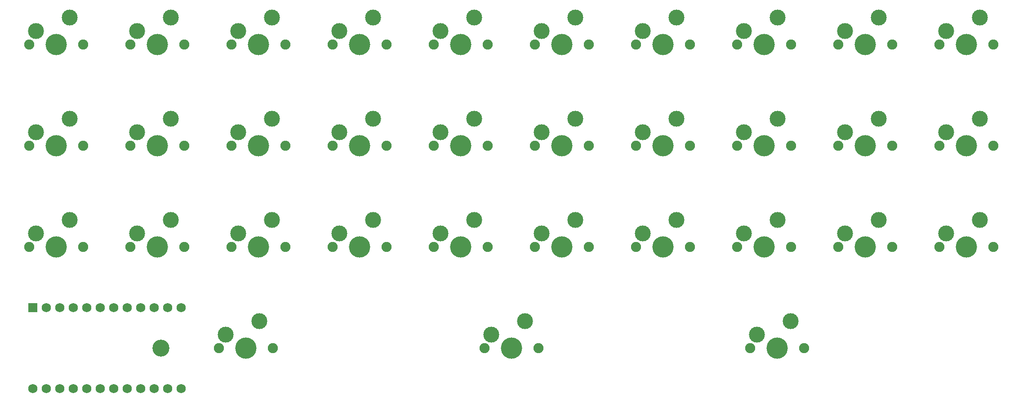
<source format=gts>
%TF.GenerationSoftware,KiCad,Pcbnew,7.0.2-0*%
%TF.CreationDate,2023-06-01T09:18:09+08:00*%
%TF.ProjectId,Anya,416e7961-2e6b-4696-9361-645f70636258,2*%
%TF.SameCoordinates,PX917e180PY435cdf8*%
%TF.FileFunction,Soldermask,Top*%
%TF.FilePolarity,Negative*%
%FSLAX46Y46*%
G04 Gerber Fmt 4.6, Leading zero omitted, Abs format (unit mm)*
G04 Created by KiCad (PCBNEW 7.0.2-0) date 2023-06-01 09:18:09*
%MOMM*%
%LPD*%
G01*
G04 APERTURE LIST*
%ADD10C,1.900000*%
%ADD11C,3.000000*%
%ADD12C,4.000000*%
%ADD13C,3.200000*%
%ADD14R,1.752600X1.752600*%
%ADD15C,1.752600*%
G04 APERTURE END LIST*
D10*
%TO.C,SW29*%
X61595000Y-9525000D03*
D11*
X62865000Y-6985000D03*
D12*
X66675000Y-9525000D03*
D11*
X69215000Y-4445000D03*
D10*
X71755000Y-9525000D03*
%TD*%
%TO.C,SW13*%
X-52705000Y9525000D03*
D11*
X-51435000Y12065000D03*
D12*
X-47625000Y9525000D03*
D11*
X-45085000Y14605000D03*
D10*
X-42545000Y9525000D03*
%TD*%
%TO.C,SW27*%
X23495000Y-9525000D03*
D11*
X24765000Y-6985000D03*
D12*
X28575000Y-9525000D03*
D11*
X31115000Y-4445000D03*
D10*
X33655000Y-9525000D03*
%TD*%
%TO.C,SW24*%
X-33655000Y-9525000D03*
D11*
X-32385000Y-6985000D03*
D12*
X-28575000Y-9525000D03*
D11*
X-26035000Y-4445000D03*
D10*
X-23495000Y-9525000D03*
%TD*%
%TO.C,SW8*%
X42545000Y28575000D03*
D11*
X43815000Y31115000D03*
D12*
X47625000Y28575000D03*
D11*
X50165000Y33655000D03*
D10*
X52705000Y28575000D03*
%TD*%
%TO.C,SW15*%
X-14605000Y9525000D03*
D11*
X-13335000Y12065000D03*
D12*
X-9525000Y9525000D03*
D11*
X-6985000Y14605000D03*
D10*
X-4445000Y9525000D03*
%TD*%
%TO.C,SW1*%
X-90805000Y28575000D03*
D11*
X-89535000Y31115000D03*
D12*
X-85725000Y28575000D03*
D11*
X-83185000Y33655000D03*
D10*
X-80645000Y28575000D03*
%TD*%
%TO.C,SW6*%
X4445000Y28575000D03*
D11*
X5715000Y31115000D03*
D12*
X9525000Y28575000D03*
D11*
X12065000Y33655000D03*
D10*
X14605000Y28575000D03*
%TD*%
%TO.C,SW2*%
X-71755000Y28575000D03*
D11*
X-70485000Y31115000D03*
D12*
X-66675000Y28575000D03*
D11*
X-64135000Y33655000D03*
D10*
X-61595000Y28575000D03*
%TD*%
%TO.C,SW7*%
X23495000Y28575000D03*
D11*
X24765000Y31115000D03*
D12*
X28575000Y28575000D03*
D11*
X31115000Y33655000D03*
D10*
X33655000Y28575000D03*
%TD*%
%TO.C,SW26*%
X4445000Y-9525000D03*
D11*
X5715000Y-6985000D03*
D12*
X9525000Y-9525000D03*
D11*
X12065000Y-4445000D03*
D10*
X14605000Y-9525000D03*
%TD*%
%TO.C,SW3*%
X-52705000Y28575000D03*
D11*
X-51435000Y31115000D03*
D12*
X-47625000Y28575000D03*
D11*
X-45085000Y33655000D03*
D10*
X-42545000Y28575000D03*
%TD*%
%TO.C,SW21*%
X-90805000Y-9525000D03*
D11*
X-89535000Y-6985000D03*
D12*
X-85725000Y-9525000D03*
D11*
X-83185000Y-4445000D03*
D10*
X-80645000Y-9525000D03*
%TD*%
%TO.C,SW12*%
X-71755000Y9525000D03*
D11*
X-70485000Y12065000D03*
D12*
X-66675000Y9525000D03*
D11*
X-64135000Y14605000D03*
D10*
X-61595000Y9525000D03*
%TD*%
D13*
%TO.C,REF\u002A\u002A*%
X-66040000Y-28575000D03*
%TD*%
D10*
%TO.C,SW31*%
X-55086250Y-28575000D03*
D11*
X-53816250Y-26035000D03*
D12*
X-50006250Y-28575000D03*
D11*
X-47466250Y-23495000D03*
D10*
X-44926250Y-28575000D03*
%TD*%
%TO.C,SW23*%
X-52705000Y-9525000D03*
D11*
X-51435000Y-6985000D03*
D12*
X-47625000Y-9525000D03*
D11*
X-45085000Y-4445000D03*
D10*
X-42545000Y-9525000D03*
%TD*%
%TO.C,SW10*%
X80645000Y28575000D03*
D11*
X81915000Y31115000D03*
D12*
X85725000Y28575000D03*
D11*
X88265000Y33655000D03*
D10*
X90805000Y28575000D03*
%TD*%
%TO.C,SW17*%
X23495000Y9525000D03*
D11*
X24765000Y12065000D03*
D12*
X28575000Y9525000D03*
D11*
X31115000Y14605000D03*
D10*
X33655000Y9525000D03*
%TD*%
%TO.C,SW4*%
X-33655000Y28575000D03*
D11*
X-32385000Y31115000D03*
D12*
X-28575000Y28575000D03*
D11*
X-26035000Y33655000D03*
D10*
X-23495000Y28575000D03*
%TD*%
%TO.C,SW14*%
X-33655000Y9525000D03*
D11*
X-32385000Y12065000D03*
D12*
X-28575000Y9525000D03*
D11*
X-26035000Y14605000D03*
D10*
X-23495000Y9525000D03*
%TD*%
%TO.C,SW20*%
X80645000Y9525000D03*
D11*
X81915000Y12065000D03*
D12*
X85725000Y9525000D03*
D11*
X88265000Y14605000D03*
D10*
X90805000Y9525000D03*
%TD*%
%TO.C,SW9*%
X61595000Y28575000D03*
D11*
X62865000Y31115000D03*
D12*
X66675000Y28575000D03*
D11*
X69215000Y33655000D03*
D10*
X71755000Y28575000D03*
%TD*%
%TO.C,SW30*%
X80645000Y-9525000D03*
D11*
X81915000Y-6985000D03*
D12*
X85725000Y-9525000D03*
D11*
X88265000Y-4445000D03*
D10*
X90805000Y-9525000D03*
%TD*%
%TO.C,SW33*%
X44926250Y-28575000D03*
D11*
X46196250Y-26035000D03*
D12*
X50006250Y-28575000D03*
D11*
X52546250Y-23495000D03*
D10*
X55086250Y-28575000D03*
%TD*%
%TO.C,SW25*%
X-14605000Y-9525000D03*
D11*
X-13335000Y-6985000D03*
D12*
X-9525000Y-9525000D03*
D11*
X-6985000Y-4445000D03*
D10*
X-4445000Y-9525000D03*
%TD*%
%TO.C,SW5*%
X-14605000Y28575000D03*
D11*
X-13335000Y31115000D03*
D12*
X-9525000Y28575000D03*
D11*
X-6985000Y33655000D03*
D10*
X-4445000Y28575000D03*
%TD*%
%TO.C,SW19*%
X61595000Y9525000D03*
D11*
X62865000Y12065000D03*
D12*
X66675000Y9525000D03*
D11*
X69215000Y14605000D03*
D10*
X71755000Y9525000D03*
%TD*%
%TO.C,SW11*%
X-90805000Y9525000D03*
D11*
X-89535000Y12065000D03*
D12*
X-85725000Y9525000D03*
D11*
X-83185000Y14605000D03*
D10*
X-80645000Y9525000D03*
%TD*%
%TO.C,SW32*%
X-5080000Y-28575000D03*
D11*
X-3810000Y-26035000D03*
D12*
X0Y-28575000D03*
D11*
X2540000Y-23495000D03*
D10*
X5080000Y-28575000D03*
%TD*%
%TO.C,SW28*%
X42545000Y-9525000D03*
D11*
X43815000Y-6985000D03*
D12*
X47625000Y-9525000D03*
D11*
X50165000Y-4445000D03*
D10*
X52705000Y-9525000D03*
%TD*%
%TO.C,SW16*%
X4445000Y9525000D03*
D11*
X5715000Y12065000D03*
D12*
X9525000Y9525000D03*
D11*
X12065000Y14605000D03*
D10*
X14605000Y9525000D03*
%TD*%
%TO.C,SW18*%
X42545000Y9525000D03*
D11*
X43815000Y12065000D03*
D12*
X47625000Y9525000D03*
D11*
X50165000Y14605000D03*
D10*
X52705000Y9525000D03*
%TD*%
%TO.C,SW22*%
X-71755000Y-9525000D03*
D11*
X-70485000Y-6985000D03*
D12*
X-66675000Y-9525000D03*
D11*
X-64135000Y-4445000D03*
D10*
X-61595000Y-9525000D03*
%TD*%
D14*
%TO.C,U1*%
X-90170000Y-20955000D03*
D15*
X-87630000Y-20955000D03*
X-85090000Y-20955000D03*
X-82550000Y-20955000D03*
X-80010000Y-20955000D03*
X-77470000Y-20955000D03*
X-74930000Y-20955000D03*
X-72390000Y-20955000D03*
X-69850000Y-20955000D03*
X-67310000Y-20955000D03*
X-64770000Y-20955000D03*
X-62230000Y-20955000D03*
X-62230000Y-36195000D03*
X-64770000Y-36195000D03*
X-67310000Y-36195000D03*
X-69850000Y-36195000D03*
X-72390000Y-36195000D03*
X-74930000Y-36195000D03*
X-77470000Y-36195000D03*
X-80010000Y-36195000D03*
X-82550000Y-36195000D03*
X-85090000Y-36195000D03*
X-87630000Y-36195000D03*
X-90170000Y-36195000D03*
%TD*%
M02*

</source>
